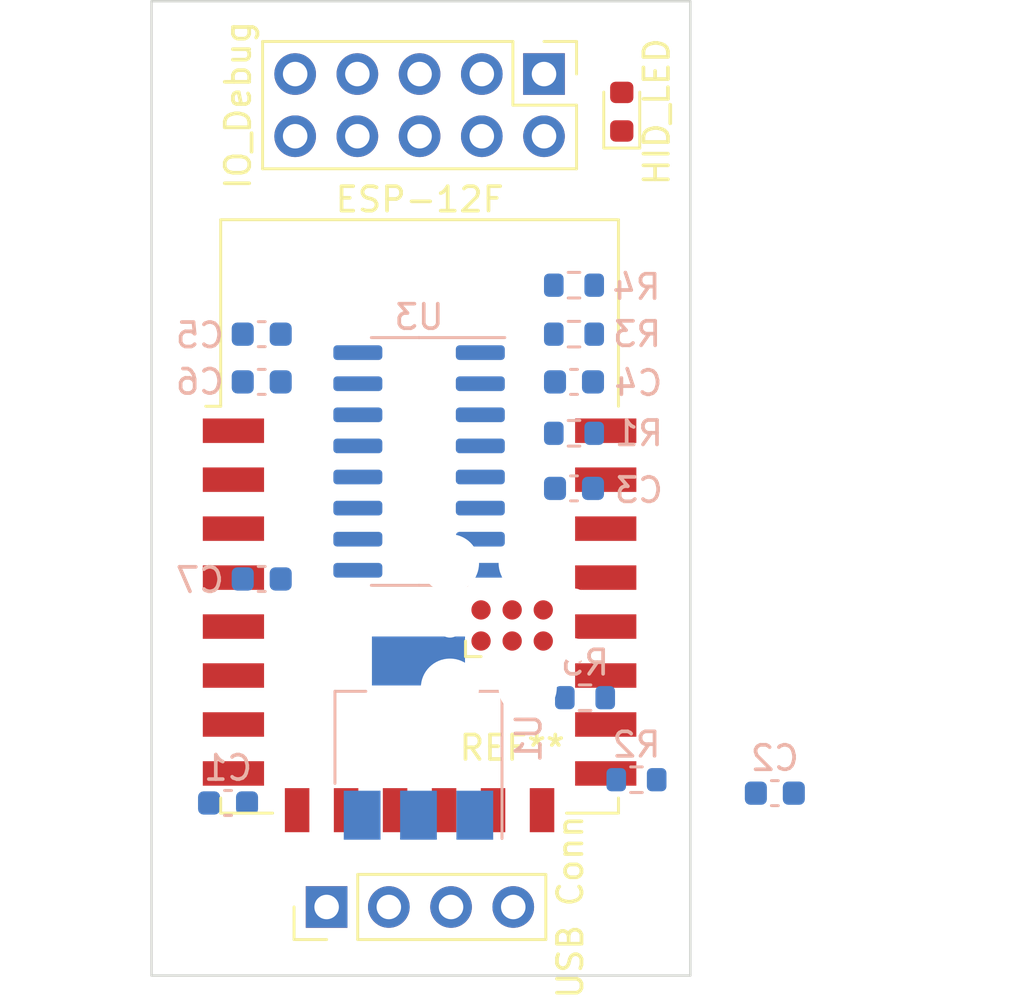
<source format=kicad_pcb>
(kicad_pcb (version 20211014) (generator pcbnew)
  (layers (0 "F.Cu" signal) (31 "B.Cu" signal) (34 "B.Paste" user) (35 "F.Paste" user) (36 "B.SilkS" user "B.Silkscreen") (37 "F.SilkS" user "F.Silkscreen") (38 "B.Mask" user) (39 "F.Mask" user) (44 "Edge.Cuts" user))
  (net 0 "")
  (net 1 "GND")
  (net 2 "+5V")
  (net 3 "Net-(C3-Pad2)")
  (net 4 "Net-(C5-Pad2)")
  (net 5 "Net-(D1-Pad1)")
  (net 6 "Net-(D1-Pad2)")
  (net 7 "Net-(J1-Pad2)")
  (net 8 "Net-(J1-Pad3)")
  (net 9 "/HID_DL")
  (net 10 "/ESP_DL")
  (net 11 "/ESP_TXD")
  (net 12 "/ESP_RXD")
  (net 13 "/GPIO12")
  (net 14 "/HID_RST")
  (net 15 "/GPIO13")
  (net 16 "/GPIO14")
  (net 17 "Net-(R1-Pad2)")
  (net 18 "Net-(R2-Pad2)")
  (net 19 "/GPIO15")
  (net 28 "Net-(U2-Pad17)")
  (footprint "Connector_PinHeader_2.54mm:PinHeader_2x05_P2.54mm_Vertical" (layer "F.Cu") (at 147.825 83.675 -90)
    (fp_text reference "J2" hide)
    (fp_text value "IO_Debug" (at 1.27 12.49 90) (layer "F.SilkS"))
    (fp_line (start -1.33 -1.33) (end 0 -1.33) (layer "F.SilkS") (width 0.12))
    (fp_line (start -1.33 0) (end -1.33 -1.33) (layer "F.SilkS") (width 0.12))
    (fp_line (start 1.27 -1.33) (end 3.87 -1.33) (layer "F.SilkS") (width 0.12))
    (fp_line (start -1.33 1.27) (end 1.27 1.27) (layer "F.SilkS") (width 0.12))
    (fp_line (start -1.33 11.49) (end 3.87 11.49) (layer "F.SilkS") (width 0.12))
    (fp_line (start -1.33 1.27) (end -1.33 11.49) (layer "F.SilkS") (width 0.12))
    (fp_line (start 3.87 -1.33) (end 3.87 11.49) (layer "F.SilkS") (width 0.12))
    (fp_line (start 1.27 1.27) (end 1.27 -1.33) (layer "F.SilkS") (width 0.12))
    (pad "1" thru_hole rect (at 0 0 270) (size 1.7 1.7) (drill 1) (layers *.Cu *.Mask) (net 9 "/HID_DL"))
    (pad "2" thru_hole oval (at 2.54 0 270) (size 1.7 1.7) (drill 1) (layers *.Cu *.Mask) (net 1 "GND"))
    (pad "3" thru_hole oval (at 0 2.54 270) (size 1.7 1.7) (drill 1) (layers *.Cu *.Mask) (net 10 "/ESP_DL"))
    (pad "4" thru_hole oval (at 2.54 2.54 270) (size 1.7 1.7) (drill 1) (layers *.Cu *.Mask) (net 1 "GND"))
    (pad "5" thru_hole oval (at 0 5.08 270) (size 1.7 1.7) (drill 1) (layers *.Cu *.Mask) (net 11 "/ESP_TXD"))
    (pad "6" thru_hole oval (at 2.54 5.08 270) (size 1.7 1.7) (drill 1) (layers *.Cu *.Mask) (net 15 "/GPIO13"))
    (pad "7" thru_hole oval (at 0 7.62 270) (size 1.7 1.7) (drill 1) (layers *.Cu *.Mask) (net 12 "/ESP_RXD"))
    (pad "8" thru_hole oval (at 2.54 7.62 270) (size 1.7 1.7) (drill 1) (layers *.Cu *.Mask) (net 16 "/GPIO14"))
    (pad "9" thru_hole oval (at 0 10.16 270) (size 1.7 1.7) (drill 1) (layers *.Cu *.Mask) (net 13 "/GPIO12"))
    (pad "10" thru_hole oval (at 2.54 10.16 270) (size 1.7 1.7) (drill 1) (layers *.Cu *.Mask) (net 19 "/GPIO15"))
  )
  (footprint "RF_Module:ESP-12E" (layer "F.Cu") (at 142.745 101.745)
    (fp_text reference "U2" hide)
    (fp_text value "ESP-12F" (at 0.005 -12.945) (layer "F.SilkS"))
    (fp_line (start -8.12 12.12) (end -8.12 11.5) (layer "F.SilkS") (width 0.12))
    (fp_line (start -8.12 -4.5) (end -8.12 -12.12) (layer "F.SilkS") (width 0.12))
    (fp_line (start -8.12 -12.12) (end 8.12 -12.12) (layer "F.SilkS") (width 0.12))
    (fp_line (start 8.12 12.12) (end 6 12.12) (layer "F.SilkS") (width 0.12))
    (fp_line (start -6 12.12) (end -8.12 12.12) (layer "F.SilkS") (width 0.12))
    (fp_line (start -8.12 -4.5) (end -8.73 -4.5) (layer "F.SilkS") (width 0.12))
    (fp_line (start 8.12 11.5) (end 8.12 12.12) (layer "F.SilkS") (width 0.12))
    (fp_line (start 8.12 -12.12) (end 8.12 -4.5) (layer "F.SilkS") (width 0.12))
    (pad "1" smd rect (at -7.6 -3.5) (size 2.5 1) (layers "F.Cu" "F.Paste" "F.Mask") (net 18 "Net-(R2-Pad2)"))
    (pad "2" smd rect (at -7.6 -1.5) (size 2.5 1) (layers "F.Cu" "F.Paste" "F.Mask"))
    (pad "3" smd rect (at -7.6 0.5) (size 2.5 1) (layers "F.Cu" "F.Paste" "F.Mask") (net 17 "Net-(R1-Pad2)"))
    (pad "4" smd rect (at -7.6 2.5) (size 2.5 1) (layers "F.Cu" "F.Paste" "F.Mask"))
    (pad "5" smd rect (at -7.6 4.5) (size 2.5 1) (layers "F.Cu" "F.Paste" "F.Mask") (net 16 "/GPIO14"))
    (pad "6" smd rect (at -7.6 6.5) (size 2.5 1) (layers "F.Cu" "F.Paste" "F.Mask") (net 13 "/GPIO12"))
    (pad "7" smd rect (at -7.6 8.5) (size 2.5 1) (layers "F.Cu" "F.Paste" "F.Mask") (net 15 "/GPIO13"))
    (pad "8" smd rect (at -7.6 10.5) (size 2.5 1) (layers "F.Cu" "F.Paste" "F.Mask") (net 3 "Net-(C3-Pad2)"))
    (pad "9" smd rect (at -5 12) (size 1 1.8) (layers "F.Cu" "F.Paste" "F.Mask"))
    (pad "10" smd rect (at -3 12) (size 1 1.8) (layers "F.Cu" "F.Paste" "F.Mask"))
    (pad "11" smd rect (at -1 12) (size 1 1.8) (layers "F.Cu" "F.Paste" "F.Mask"))
    (pad "12" smd rect (at 1 12) (size 1 1.8) (layers "F.Cu" "F.Paste" "F.Mask"))
    (pad "13" smd rect (at 3 12) (size 1 1.8) (layers "F.Cu" "F.Paste" "F.Mask"))
    (pad "14" smd rect (at 5 12) (size 1 1.8) (layers "F.Cu" "F.Paste" "F.Mask"))
    (pad "15" smd rect (at 7.6 10.5) (size 2.5 1) (layers "F.Cu" "F.Paste" "F.Mask") (net 1 "GND"))
    (pad "16" smd rect (at 7.6 8.5) (size 2.5 1) (layers "F.Cu" "F.Paste" "F.Mask") (net 19 "/GPIO15"))
    (pad "17" smd rect (at 7.6 6.5) (size 2.5 1) (layers "F.Cu" "F.Paste" "F.Mask") (net 28 "Net-(U2-Pad17)"))
    (pad "18" smd rect (at 7.6 4.5) (size 2.5 1) (layers "F.Cu" "F.Paste" "F.Mask") (net 10 "/ESP_DL"))
    (pad "19" smd rect (at 7.6 2.5) (size 2.5 1) (layers "F.Cu" "F.Paste" "F.Mask"))
    (pad "20" smd rect (at 7.6 0.5) (size 2.5 1) (layers "F.Cu" "F.Paste" "F.Mask"))
    (pad "21" smd rect (at 7.6 -1.5) (size 2.5 1) (layers "F.Cu" "F.Paste" "F.Mask") (net 12 "/ESP_RXD"))
    (pad "22" smd rect (at 7.6 -3.5) (size 2.5 1) (layers "F.Cu" "F.Paste" "F.Mask") (net 11 "/ESP_TXD"))
  )
  (footprint "Connector_PinHeader_2.54mm:PinHeader_1x04_P2.54mm_Vertical" (layer "F.Cu") (at 138.95 117.7 90)
    (fp_text reference "J1" hide)
    (fp_text value "USB Conn" (at 0 9.95 270) (layer "F.SilkS"))
    (fp_line (start -1.33 8.95) (end 1.33 8.95) (layer "F.SilkS") (width 0.12))
    (fp_line (start -1.33 -1.33) (end 0 -1.33) (layer "F.SilkS") (width 0.12))
    (fp_line (start -1.33 0) (end -1.33 -1.33) (layer "F.SilkS") (width 0.12))
    (fp_line (start -1.33 1.27) (end -1.33 8.95) (layer "F.SilkS") (width 0.12))
    (fp_line (start -1.33 1.27) (end 1.33 1.27) (layer "F.SilkS") (width 0.12))
    (fp_line (start 1.33 1.27) (end 1.33 8.95) (layer "F.SilkS") (width 0.12))
    (pad "1" thru_hole rect (at 0 0 90) (size 1.7 1.7) (drill 1) (layers *.Cu *.Mask) (net 2 "+5V"))
    (pad "2" thru_hole oval (at 0 2.54 90) (size 1.7 1.7) (drill 1) (layers *.Cu *.Mask) (net 7 "Net-(J1-Pad2)"))
    (pad "3" thru_hole oval (at 0 5.08 90) (size 1.7 1.7) (drill 1) (layers *.Cu *.Mask) (net 8 "Net-(J1-Pad3)"))
    (pad "4" thru_hole oval (at 0 7.62 90) (size 1.7 1.7) (drill 1) (layers *.Cu *.Mask) (net 1 "GND"))
  )
  (footprint "Connector:Tag-Connect_TC2030-IDC-FP_2x03_P1.27mm_Vertical" (layer "F.Cu") (at 146.525 106.2)
    (fp_text reference "REF**" (at 0 5) (layer "F.SilkS"))
    (fp_text value "Tag-Connect_TC2030-IDC-FP_2x03_P1.27mm_Vertical")
    (fp_line (start -1.905 1.27) (end -1.905 0.635) (layer "F.SilkS") (width 0.12))
    (fp_line (start -1.27 1.27) (end -1.905 1.27) (layer "F.SilkS") (width 0.12))
    (pad "" np_thru_hole circle (at 0.635 -2.54) (size 2.3749 2.3749) (drill 2.3749) (layers *.Cu *.Mask))
    (pad "" np_thru_hole circle (at -2.54 -2.54) (size 2.3749 2.3749) (drill 2.3749) (layers *.Cu *.Mask))
    (pad "" np_thru_hole circle (at 2.54 1.016) (size 0.9906 0.9906) (drill 0.9906) (layers *.Cu *.Mask))
    (pad "" np_thru_hole circle (at 2.54 -1.016) (size 0.9906 0.9906) (drill 0.9906) (layers *.Cu *.Mask))
    (pad "" np_thru_hole circle (at -2.54 2.54) (size 2.3749 2.3749) (drill 2.3749) (layers *.Cu *.Mask))
    (pad "" np_thru_hole circle (at 0.635 2.54) (size 2.3749 2.3749) (drill 2.3749) (layers *.Cu *.Mask))
    (pad "" np_thru_hole circle (at -2.54 0) (size 0.9906 0.9906) (drill 0.9906) (layers *.Cu *.Mask))
    (pad "1" connect circle (at -1.27 0.635) (size 0.7874 0.7874) (layers "F.Cu" "F.Mask"))
    (pad "2" connect circle (at -1.27 -0.635) (size 0.7874 0.7874) (layers "F.Cu" "F.Mask"))
    (pad "3" connect circle (at 0 0.635) (size 0.7874 0.7874) (layers "F.Cu" "F.Mask"))
    (pad "4" connect circle (at 0 -0.635) (size 0.7874 0.7874) (layers "F.Cu" "F.Mask"))
    (pad "5" connect circle (at 1.27 0.635) (size 0.7874 0.7874) (layers "F.Cu" "F.Mask"))
    (pad "6" connect circle (at 1.27 -0.635) (size 0.7874 0.7874) (layers "F.Cu" "F.Mask"))
  )
  (footprint "LED_SMD:LED_0603_1608Metric" (layer "F.Cu") (at 151 85.2125 90)
    (fp_text reference "D1" hide)
    (fp_text value "HID_LED" (at 0 1.43 90) (layer "F.SilkS"))
    (fp_line (start -1.485 0.735) (end 0.8 0.735) (layer "F.SilkS") (width 0.12))
    (fp_line (start -1.485 -0.735) (end -1.485 0.735) (layer "F.SilkS") (width 0.12))
    (fp_line (start 0.8 -0.735) (end -1.485 -0.735) (layer "F.SilkS") (width 0.12))
    (pad "1" smd roundrect (at -0.7875 0 90) (size 0.875 0.95) (layers "F.Cu" "F.Paste" "F.Mask") (net 5 "Net-(D1-Pad1)"))
    (pad "2" smd roundrect (at 0.7875 0 90) (size 0.875 0.95) (layers "F.Cu" "F.Paste" "F.Mask") (net 6 "Net-(D1-Pad2)"))
  )
  (footprint "Capacitor_SMD:C_0603_1608Metric" (layer "B.Cu") (at 136.3 94.3)
    (fp_text reference "C5" (at -2.525 0.05) (layer "B.SilkS") (effects (justify mirror)))
    (fp_text value "0.1uF" hide)
    (fp_line (start -0.14058 0.51) (end 0.14058 0.51) (layer "B.SilkS") (width 0.12))
    (fp_line (start -0.14058 -0.51) (end 0.14058 -0.51) (layer "B.SilkS") (width 0.12))
    (pad "1" smd roundrect (at -0.775 0) (size 0.9 0.95) (layers "B.Cu" "B.Paste" "B.Mask") (net 1 "GND"))
    (pad "2" smd roundrect (at 0.775 0) (size 0.9 0.95) (layers "B.Cu" "B.Paste" "B.Mask") (net 4 "Net-(C5-Pad2)"))
  )
  (footprint "Package_SO:SOP-16_3.9x9.9mm_P1.27mm" (layer "B.Cu") (at 142.725 99.5 180)
    (fp_text reference "U3" (at 0 5.9) (layer "B.SilkS") (effects (justify mirror)))
    (fp_text value "CH9329")
    (fp_line (start 0 5.06) (end 1.95 5.06) (layer "B.SilkS") (width 0.12))
    (fp_line (start 0 5.06) (end -3.5 5.06) (layer "B.SilkS") (width 0.12))
    (fp_line (start 0 -5.06) (end -1.95 -5.06) (layer "B.SilkS") (width 0.12))
    (fp_line (start 0 -5.06) (end 1.95 -5.06) (layer "B.SilkS") (width 0.12))
    (pad "1" smd roundrect (at -2.5 4.445 180) (size 2 0.6) (layers "B.Cu" "B.Paste" "B.Mask") (net 5 "Net-(D1-Pad1)"))
    (pad "2" smd roundrect (at -2.5 3.175 180) (size 2 0.6) (layers "B.Cu" "B.Paste" "B.Mask"))
    (pad "3" smd roundrect (at -2.5 1.905 180) (size 2 0.6) (layers "B.Cu" "B.Paste" "B.Mask"))
    (pad "4" smd roundrect (at -2.5 0.635 180) (size 2 0.6) (layers "B.Cu" "B.Paste" "B.Mask"))
    (pad "5" smd roundrect (at -2.5 -0.635 180) (size 2 0.6) (layers "B.Cu" "B.Paste" "B.Mask"))
    (pad "6" smd roundrect (at -2.5 -1.905 180) (size 2 0.6) (layers "B.Cu" "B.Paste" "B.Mask"))
    (pad "7" smd roundrect (at -2.5 -3.175 180) (size 2 0.6) (layers "B.Cu" "B.Paste" "B.Mask"))
    (pad "8" smd roundrect (at -2.5 -4.445 180) (size 2 0.6) (layers "B.Cu" "B.Paste" "B.Mask") (net 28 "Net-(U2-Pad17)"))
    (pad "9" smd roundrect (at 2.5 -4.445 180) (size 2 0.6) (layers "B.Cu" "B.Paste" "B.Mask"))
    (pad "10" smd roundrect (at 2.5 -3.175 180) (size 2 0.6) (layers "B.Cu" "B.Paste" "B.Mask") (net 14 "/HID_RST"))
    (pad "11" smd roundrect (at 2.5 -1.905 180) (size 2 0.6) (layers "B.Cu" "B.Paste" "B.Mask") (net 9 "/HID_DL"))
    (pad "12" smd roundrect (at 2.5 -0.635 180) (size 2 0.6) (layers "B.Cu" "B.Paste" "B.Mask") (net 7 "Net-(J1-Pad2)"))
    (pad "13" smd roundrect (at 2.5 0.635 180) (size 2 0.6) (layers "B.Cu" "B.Paste" "B.Mask") (net 8 "Net-(J1-Pad3)"))
    (pad "14" smd roundrect (at 2.5 1.905 180) (size 2 0.6) (layers "B.Cu" "B.Paste" "B.Mask") (net 1 "GND"))
    (pad "15" smd roundrect (at 2.5 3.175 180) (size 2 0.6) (layers "B.Cu" "B.Paste" "B.Mask") (net 2 "+5V"))
    (pad "16" smd roundrect (at 2.5 4.445 180) (size 2 0.6) (layers "B.Cu" "B.Paste" "B.Mask") (net 4 "Net-(C5-Pad2)"))
  )
  (footprint "Capacitor_SMD:C_0603_1608Metric" (layer "B.Cu") (at 134.925 113.45 180)
    (fp_text reference "C1" (at 0 1.43) (layer "B.SilkS") (effects (justify mirror)))
    (fp_text value "22uF")
    (fp_line (start -0.14058 0.51) (end 0.14058 0.51) (layer "B.SilkS") (width 0.12))
    (fp_line (start -0.14058 -0.51) (end 0.14058 -0.51) (layer "B.SilkS") (width 0.12))
    (pad "1" smd roundrect (at -0.775 0 180) (size 0.9 0.95) (layers "B.Cu" "B.Paste" "B.Mask") (net 1 "GND"))
    (pad "2" smd roundrect (at 0.775 0 180) (size 0.9 0.95) (layers "B.Cu" "B.Paste" "B.Mask") (net 2 "+5V"))
  )
  (footprint "Resistor_SMD:R_0603_1608Metric" (layer "B.Cu") (at 149.5 109.15 180)
    (fp_text reference "R5" (at 0 1.43) (layer "B.SilkS") (effects (justify mirror)))
    (fp_text value "10k")
    (fp_line (start -0.237258 0.5225) (end 0.237258 0.5225) (layer "B.SilkS") (width 0.12))
    (fp_line (start -0.237258 -0.5225) (end 0.237258 -0.5225) (layer "B.SilkS") (width 0.12))
    (pad "1" smd roundrect (at -0.825 0 180) (size 0.8 0.95) (layers "B.Cu" "B.Paste" "B.Mask") (net 19 "/GPIO15"))
    (pad "2" smd roundrect (at 0.825 0 180) (size 0.8 0.95) (layers "B.Cu" "B.Paste" "B.Mask") (net 1 "GND"))
  )
  (footprint "Capacitor_SMD:C_0603_1608Metric" (layer "B.Cu") (at 136.3 104.3 180)
    (fp_text reference "C7" (at 2.525 -0.05) (layer "B.SilkS") (effects (justify mirror)))
    (fp_text value "10uF")
    (fp_line (start -0.14058 -0.51) (end 0.14058 -0.51) (layer "B.SilkS") (width 0.12))
    (fp_line (start -0.14058 0.51) (end 0.14058 0.51) (layer "B.SilkS") (width 0.12))
    (pad "1" smd roundrect (at -0.775 0 180) (size 0.9 0.95) (layers "B.Cu" "B.Paste" "B.Mask") (net 2 "+5V"))
    (pad "2" smd roundrect (at 0.775 0 180) (size 0.9 0.95) (layers "B.Cu" "B.Paste" "B.Mask") (net 1 "GND"))
  )
  (footprint "Resistor_SMD:R_0603_1608Metric" (layer "B.Cu") (at 149.05 94.3)
    (fp_text reference "R3" (at 2.575 0) (layer "B.SilkS") (effects (justify mirror)))
    (fp_text value "3.3k" hide)
    (fp_line (start -0.237258 0.5225) (end 0.237258 0.5225) (layer "B.SilkS") (width 0.12))
    (fp_line (start -0.237258 -0.5225) (end 0.237258 -0.5225) (layer "B.SilkS") (width 0.12))
    (pad "1" smd roundrect (at -0.825 0) (size 0.8 0.95) (layers "B.Cu" "B.Paste" "B.Mask") (net 3 "Net-(C3-Pad2)"))
    (pad "2" smd roundrect (at 0.825 0) (size 0.8 0.95) (layers "B.Cu" "B.Paste" "B.Mask") (net 6 "Net-(D1-Pad2)"))
  )
  (footprint "Package_TO_SOT_SMD:SOT-223-3_TabPin2" (layer "B.Cu") (at 142.7 110.8 90)
    (fp_text reference "U1" (at 0 4.5 90) (layer "B.SilkS") (effects (justify mirror)))
    (fp_text value "AMS1117-3.3")
    (fp_line (start 1.91 -3.41) (end 1.91 -2.15) (layer "B.SilkS") (width 0.12))
    (fp_line (start -4.1 3.41) (end 1.91 3.41) (layer "B.SilkS") (width 0.12))
    (fp_line (start -1.85 -3.41) (end 1.91 -3.41) (layer "B.SilkS") (width 0.12))
    (fp_line (start 1.91 3.41) (end 1.91 2.15) (layer "B.SilkS") (width 0.12))
    (pad "1" smd rect (at -3.15 2.3 90) (size 2 1.5) (layers "B.Cu" "B.Paste" "B.Mask") (net 1 "GND"))
    (pad "2" smd rect (at -3.15 0 90) (size 2 1.5) (layers "B.Cu" "B.Paste" "B.Mask") (net 3 "Net-(C3-Pad2)"))
    (pad "2" smd rect (at 3.15 0 90) (size 2 3.8) (layers "B.Cu" "B.Paste" "B.Mask") (net 3 "Net-(C3-Pad2)"))
    (pad "3" smd rect (at -3.15 -2.3 90) (size 2 1.5) (layers "B.Cu" "B.Paste" "B.Mask") (net 2 "+5V"))
  )
  (footprint "Resistor_SMD:R_0603_1608Metric" (layer "B.Cu") (at 149.05 98.35)
    (fp_text reference "R1" (at 2.65 0) (layer "B.SilkS") (effects (justify mirror)))
    (fp_text value "10k" hide)
    (fp_line (start -0.237258 -0.5225) (end 0.237258 -0.5225) (layer "B.SilkS") (width 0.12))
    (fp_line (start -0.237258 0.5225) (end 0.237258 0.5225) (layer "B.SilkS") (width 0.12))
    (pad "1" smd roundrect (at -0.825 0) (size 0.8 0.95) (layers "B.Cu" "B.Paste" "B.Mask") (net 3 "Net-(C3-Pad2)"))
    (pad "2" smd roundrect (at 0.825 0) (size 0.8 0.95) (layers "B.Cu" "B.Paste" "B.Mask") (net 17 "Net-(R1-Pad2)"))
  )
  (footprint "Resistor_SMD:R_0603_1608Metric" (layer "B.Cu") (at 151.6 112.5 180)
    (fp_text reference "R2" (at 0 1.43) (layer "B.SilkS") (effects (justify mirror)))
    (fp_text value "10k")
    (fp_line (start -0.237258 -0.5225) (end 0.237258 -0.5225) (layer "B.SilkS") (width 0.12))
    (fp_line (start -0.237258 0.5225) (end 0.237258 0.5225) (layer "B.SilkS") (width 0.12))
    (pad "1" smd roundrect (at -0.825 0 180) (size 0.8 0.95) (layers "B.Cu" "B.Paste" "B.Mask") (net 3 "Net-(C3-Pad2)"))
    (pad "2" smd roundrect (at 0.825 0 180) (size 0.8 0.95) (layers "B.Cu" "B.Paste" "B.Mask") (net 18 "Net-(R2-Pad2)"))
  )
  (footprint "Resistor_SMD:R_0603_1608Metric" (layer "B.Cu") (at 149.05 92.3)
    (fp_text reference "R4" (at 2.55 0.075) (layer "B.SilkS") (effects (justify mirror)))
    (fp_text value "10k" hide)
    (fp_line (start -0.237258 -0.5225) (end 0.237258 -0.5225) (layer "B.SilkS") (width 0.12))
    (fp_line (start -0.237258 0.5225) (end 0.237258 0.5225) (layer "B.SilkS") (width 0.12))
    (pad "1" smd roundrect (at -0.825 0) (size 0.8 0.95) (layers "B.Cu" "B.Paste" "B.Mask") (net 3 "Net-(C3-Pad2)"))
    (pad "2" smd roundrect (at 0.825 0) (size 0.8 0.95) (layers "B.Cu" "B.Paste" "B.Mask") (net 10 "/ESP_DL"))
  )
  (footprint "Capacitor_SMD:C_0603_1608Metric" (layer "B.Cu") (at 149.05 100.6 180)
    (fp_text reference "C3" (at -2.65 -0.075) (layer "B.SilkS") (effects (justify mirror)))
    (fp_text value "22uF" hide)
    (fp_line (start -0.14058 -0.51) (end 0.14058 -0.51) (layer "B.SilkS") (width 0.12))
    (fp_line (start -0.14058 0.51) (end 0.14058 0.51) (layer "B.SilkS") (width 0.12))
    (pad "1" smd roundrect (at -0.775 0 180) (size 0.9 0.95) (layers "B.Cu" "B.Paste" "B.Mask") (net 1 "GND"))
    (pad "2" smd roundrect (at 0.775 0 180) (size 0.9 0.95) (layers "B.Cu" "B.Paste" "B.Mask") (net 3 "Net-(C3-Pad2)"))
  )
  (footprint "Capacitor_SMD:C_0603_1608Metric" (layer "B.Cu") (at 157.25 113.05 180)
    (fp_text reference "C2" (at 0 1.43) (layer "B.SilkS") (effects (justify mirror)))
    (fp_text value "0.1uF")
    (fp_line (start -0.14058 0.51) (end 0.14058 0.51) (layer "B.SilkS") (width 0.12))
    (fp_line (start -0.14058 -0.51) (end 0.14058 -0.51) (layer "B.SilkS") (width 0.12))
    (pad "1" smd roundrect (at -0.775 0 180) (size 0.9 0.95) (layers "B.Cu" "B.Paste" "B.Mask") (net 1 "GND"))
    (pad "2" smd roundrect (at 0.775 0 180) (size 0.9 0.95) (layers "B.Cu" "B.Paste" "B.Mask") (net 2 "+5V"))
  )
  (footprint "Capacitor_SMD:C_0603_1608Metric" (layer "B.Cu") (at 136.3 96.25 180)
    (fp_text reference "C6" (at 2.525 0) (layer "B.SilkS") (effects (justify mirror)))
    (fp_text value "0.1uF" hide)
    (fp_line (start -0.14058 0.51) (end 0.14058 0.51) (layer "B.SilkS") (width 0.12))
    (fp_line (start -0.14058 -0.51) (end 0.14058 -0.51) (layer "B.SilkS") (width 0.12))
    (pad "1" smd roundrect (at -0.775 0 180) (size 0.9 0.95) (layers "B.Cu" "B.Paste" "B.Mask") (net 2 "+5V"))
    (pad "2" smd roundrect (at 0.775 0 180) (size 0.9 0.95) (layers "B.Cu" "B.Paste" "B.Mask") (net 1 "GND"))
  )
  (footprint "Capacitor_SMD:C_0603_1608Metric" (layer "B.Cu") (at 149.05 96.25 180)
    (fp_text reference "C4" (at -2.625 -0.05) (layer "B.SilkS") (effects (justify mirror)))
    (fp_text value "0.1uF" hide)
    (fp_line (start -0.14058 -0.51) (end 0.14058 -0.51) (layer "B.SilkS") (width 0.12))
    (fp_line (start -0.14058 0.51) (end 0.14058 0.51) (layer "B.SilkS") (width 0.12))
    (pad "1" smd roundrect (at -0.775 0 180) (size 0.9 0.95) (layers "B.Cu" "B.Paste" "B.Mask") (net 1 "GND"))
    (pad "2" smd roundrect (at 0.775 0 180) (size 0.9 0.95) (layers "B.Cu" "B.Paste" "B.Mask") (net 3 "Net-(C3-Pad2)"))
  )
  (gr_rect (start 131.8 80.7) (end 153.8 120.5) (layer "Edge.Cuts") (width 0.1) (fill none))
)
</source>
